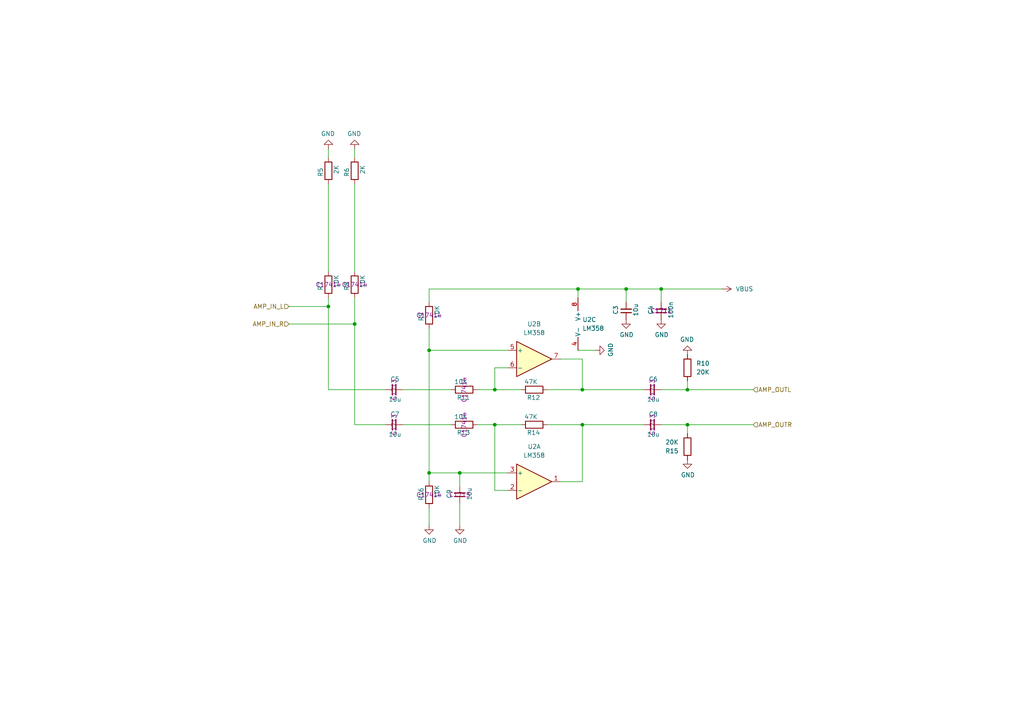
<source format=kicad_sch>
(kicad_sch (version 20250114) (generator "eeschema") (generator_version "9.0")
  (paper "A4")
  (title_block (title "${NAME}") (date "2025-05-10") (rev "${VERSION}") (company "Mikhail Matveev") (comment 1 "https://github.com/xtremespb/frank"))
  (lib_symbols
    (symbol "Amplifier_Operational:LM358" (pin_names (offset 0.127))
      (property "Reference" "U" (at 0 5.08 0))
      (property "Value" "LM358" (at 0 -5.08 0))
      (symbol "LM358_1_1"
        (polyline (pts (xy -5.08 5.08) (xy 5.08 0) (xy -5.08 -5.08) (xy -5.08 5.08)) (stroke (width 0.254)) (fill (type background)))
        (pin input line (at -7.62 2.54 0) (length 2.54) (name "+") (number "3"))
        (pin input line (at -7.62 -2.54 0) (length 2.54) (name "-") (number "2"))
        (pin output line (at 7.62 0 180) (length 2.54) (name "~") (number "1"))
      )
      (symbol "LM358_2_1"
        (polyline (pts (xy -5.08 5.08) (xy 5.08 0) (xy -5.08 -5.08) (xy -5.08 5.08)) (stroke (width 0.254)) (fill (type background)))
        (pin input line (at -7.62 2.54 0) (length 2.54) (name "+") (number "5"))
        (pin input line (at -7.62 -2.54 0) (length 2.54) (name "-") (number "6"))
        (pin output line (at 7.62 0 180) (length 2.54) (name "~") (number "7"))
      )
      (symbol "LM358_3_1"
        (pin power_in line (at -2.54 7.62 270) (length 3.81) (name "V+") (number "8"))
        (pin power_in line (at -2.54 -7.62 90) (length 3.81) (name "V-") (number "4"))
      )
    )
    (symbol "Device:C_Small" (pin_numbers (hide yes)) (pin_names (offset 0.254) (hide yes))
      (property "Reference" "C" (at 0.254 1.778 0))
      (property "Value" "C_Small" (at 0.254 -2.032 0))
      (symbol "C_Small_0_1"
        (polyline (pts (xy -1.524 0.508) (xy 1.524 0.508)) (stroke (width 0.3048)))
        (polyline (pts (xy -1.524 -0.508) (xy 1.524 -0.508)) (stroke (width 0.3302)))
      )
      (symbol "C_Small_1_1"
        (pin passive line (at 0 2.54 270) (length 2.032) (name "~") (number "1"))
        (pin passive line (at 0 -2.54 90) (length 2.032) (name "~") (number "2"))
      )
    )
    (symbol "Device:R" (pin_numbers (hide yes)) (pin_names (offset 0))
      (property "Reference" "R" (at 2.032 0 90))
      (property "Value" "R" (at 0 0 90))
      (symbol "R_0_1"
        (rectangle (start -1.016 -2.54) (end 1.016 2.54) (stroke (width 0.254)))
      )
      (symbol "R_1_1"
        (pin passive line (at 0 3.81 270) (length 1.27) (name "~") (number "1"))
        (pin passive line (at 0 -3.81 90) (length 1.27) (name "~") (number "2"))
      )
    )
    (symbol "GND_1" (power) (pin_numbers (hide yes)) (pin_names (offset 0) (hide yes))
      (property "Value" "GND" (at 0 -3.81 0))
      (symbol "GND_1_0_1"
        (polyline (pts (xy 0 0) (xy 0 -1.27) (xy 1.27 -1.27) (xy 0 -2.54) (xy -1.27 -1.27) (xy 0 -1.27)))
      )
      (symbol "GND_1_1_1"
        (pin power_in line (at 0 0 270) (length 0) (name "~") (number "1"))
      )
    )
    (symbol "power:VBUS" (power) (pin_numbers (hide yes)) (pin_names (offset 0) (hide yes))
      (property "Value" "VBUS" (at 0 3.556 0))
      (symbol "VBUS_0_1"
        (polyline (pts (xy -0.762 1.27) (xy 0 2.54)))
        (polyline (pts (xy 0 2.54) (xy 0.762 1.27)))
        (polyline (pts (xy 0 0) (xy 0 2.54)))
      )
      (symbol "VBUS_1_1"
        (pin power_in line (at 0 0 90) (length 0) (name "~") (number "1"))
      )
    )
  )
  (junction (at 168.91 123.19))
  (junction (at 181.61 83.82))
  (junction (at 167.64 83.82))
  (junction (at 143.51 123.19))
  (junction (at 199.39 123.19))
  (junction (at 95.25 88.9))
  (junction (at 191.77 83.82))
  (junction (at 124.46 137.16))
  (junction (at 143.51 113.03))
  (junction (at 102.87 93.98))
  (junction (at 133.35 137.16))
  (junction (at 124.46 101.6))
  (junction (at 199.39 113.03))
  (junction (at 168.91 113.03))
  (wire (pts (xy 147.32 142.24) (xy 143.51 142.24)))
  (wire (pts (xy 102.87 123.19) (xy 111.76 123.19)))
  (wire (pts (xy 95.25 86.36) (xy 95.25 88.9)))
  (wire (pts (xy 167.64 83.82) (xy 181.61 83.82)))
  (wire (pts (xy 199.39 123.19) (xy 218.44 123.19)))
  (wire (pts (xy 143.51 106.68) (xy 143.51 113.03)))
  (wire (pts (xy 199.39 113.03) (xy 218.44 113.03)))
  (wire (pts (xy 138.43 113.03) (xy 143.51 113.03)))
  (wire (pts (xy 102.87 93.98) (xy 102.87 123.19)))
  (wire (pts (xy 158.75 123.19) (xy 168.91 123.19)))
  (wire (pts (xy 191.77 113.03) (xy 199.39 113.03)))
  (wire (pts (xy 138.43 123.19) (xy 143.51 123.19)))
  (wire (pts (xy 168.91 104.14) (xy 168.91 113.03)))
  (wire (pts (xy 83.82 88.9) (xy 95.25 88.9)))
  (wire (pts (xy 181.61 83.82) (xy 181.61 87.63)))
  (wire (pts (xy 102.87 43.18) (xy 102.87 45.72)))
  (wire (pts (xy 191.77 83.82) (xy 209.55 83.82)))
  (wire (pts (xy 167.64 101.6) (xy 172.72 101.6)))
  (wire (pts (xy 133.35 152.4) (xy 133.35 146.05)))
  (wire (pts (xy 124.46 83.82) (xy 167.64 83.82)))
  (wire (pts (xy 116.84 113.03) (xy 130.81 113.03)))
  (wire (pts (xy 124.46 101.6) (xy 124.46 137.16)))
  (wire (pts (xy 168.91 113.03) (xy 186.69 113.03)))
  (wire (pts (xy 181.61 83.82) (xy 191.77 83.82)))
  (wire (pts (xy 168.91 123.19) (xy 186.69 123.19)))
  (wire (pts (xy 143.51 113.03) (xy 151.13 113.03)))
  (wire (pts (xy 95.25 113.03) (xy 111.76 113.03)))
  (wire (pts (xy 116.84 123.19) (xy 130.81 123.19)))
  (wire (pts (xy 143.51 123.19) (xy 151.13 123.19)))
  (wire (pts (xy 124.46 87.63) (xy 124.46 83.82)))
  (wire (pts (xy 191.77 83.82) (xy 191.77 87.63)))
  (wire (pts (xy 133.35 137.16) (xy 133.35 140.97)))
  (wire (pts (xy 124.46 101.6) (xy 147.32 101.6)))
  (wire (pts (xy 162.56 104.14) (xy 168.91 104.14)))
  (wire (pts (xy 199.39 125.73) (xy 199.39 123.19)))
  (wire (pts (xy 95.25 88.9) (xy 95.25 113.03)))
  (wire (pts (xy 143.51 142.24) (xy 143.51 123.19)))
  (wire (pts (xy 167.64 83.82) (xy 167.64 86.36)))
  (wire (pts (xy 124.46 137.16) (xy 133.35 137.16)))
  (wire (pts (xy 158.75 113.03) (xy 168.91 113.03)))
  (wire (pts (xy 102.87 53.34) (xy 102.87 78.74)))
  (wire (pts (xy 124.46 137.16) (xy 124.46 139.7)))
  (wire (pts (xy 124.46 95.25) (xy 124.46 101.6)))
  (wire (pts (xy 168.91 123.19) (xy 168.91 139.7)))
  (wire (pts (xy 102.87 86.36) (xy 102.87 93.98)))
  (wire (pts (xy 95.25 43.18) (xy 95.25 45.72)))
  (wire (pts (xy 191.77 123.19) (xy 199.39 123.19)))
  (wire (pts (xy 83.82 93.98) (xy 102.87 93.98)))
  (wire (pts (xy 162.56 139.7) (xy 168.91 139.7)))
  (wire (pts (xy 133.35 137.16) (xy 147.32 137.16)))
  (wire (pts (xy 199.39 110.49) (xy 199.39 113.03)))
  (wire (pts (xy 124.46 152.4) (xy 124.46 147.32)))
  (wire (pts (xy 95.25 53.34) (xy 95.25 78.74)))
  (wire (pts (xy 143.51 106.68) (xy 147.32 106.68)))
  (hierarchical_label "AMP_IN_L" (shape input) (at 83.82 88.9 180))
  (hierarchical_label "AMP_OUTR" (shape input) (at 218.44 123.19 0))
  (hierarchical_label "AMP_IN_R" (shape input) (at 83.82 93.98 180))
  (hierarchical_label "AMP_OUTL" (shape input) (at 218.44 113.03 0))
  (symbol (lib_id "Device:R") (at 199.39 129.54 180) (unit 1)
    (property "Reference" "R15" (at 196.85 130.8101 0) (effects (justify left)))
    (property "Value" "20K" (at 196.85 128.2701 0) (effects (justify left)))
    (property "Footprint" "FRANK:Resistor (0805)" (effects (hide yes)))
    (property "Datasheet" "https://www.vishay.com/docs/28952/mcs0402at-mct0603at-mcu0805at-mca1206at.pdf" (effects (hide yes)))
    (property "AliExpress" "https://www.aliexpress.com/item/1005005945735199.html" (effects (hide yes)))
  )
  (symbol (lib_id "Device:C_Small") (at 189.23 113.03 90) (unit 1)
    (property "Reference" "C6" (at 189.484 109.982 90))
    (property "Value" "10u" (at 189.484 115.824 90))
    (property "Footprint" "FRANK:Capacitor (0805)" (effects (hide yes)))
    (property "Datasheet" "https://eu.mouser.com/datasheet/2/40/KGM_X7R-3223212.pdf" (effects (hide yes)))
    (property "Description" "Unpolarized capacitor, small symbol" (effects (hide yes)))
    (property "AliExpress" "https://www.aliexpress.com/item/33008008276.html" (effects (hide yes)))
    (property "LCSC" "C1713" (at 189.23 113.03 0))
  )
  (symbol (lib_name "GND_1") (lib_id "power:GND") (at 172.72 101.6 90) (unit 1)
    (property "Reference" "#PWR021" (effects (hide yes)))
    (property "Value" "GND" (at 177.1142 101.473 0))
    (property "Description" "Power symbol creates a global label with name \"GND\" , ground" (effects (hide yes)))
  )
  (symbol (lib_name "GND_1") (lib_id "power:GND") (at 124.46 152.4 0) (unit 1)
    (property "Reference" "#PWR024" (effects (hide yes)))
    (property "Value" "GND" (at 124.587 156.7942 0))
    (property "Description" "Power symbol creates a global label with name \"GND\" , ground" (effects (hide yes)))
  )
  (symbol (lib_id "Device:R") (at 102.87 82.55 180) (unit 1)
    (property "Reference" "R8" (at 100.584 84.328 90) (effects (justify right)))
    (property "Value" "10K" (at 105.156 83.566 90) (effects (justify right)))
    (property "Footprint" "FRANK:Resistor (0805)" (effects (hide yes)))
    (property "Datasheet" "https://www.vishay.com/docs/28952/mcs0402at-mct0603at-mcu0805at-mca1206at.pdf" (effects (hide yes)))
    (property "AliExpress" "https://www.aliexpress.com/item/1005005945735199.html" (effects (hide yes)))
    (property "LCSC" "C17414" (at 102.87 82.55 0))
  )
  (symbol (lib_name "GND_1") (lib_id "power:GND") (at 95.25 43.18 180) (unit 1)
    (property "Reference" "#PWR016" (effects (hide yes)))
    (property "Value" "GND" (at 95.123 38.7858 0))
    (property "Description" "Power symbol creates a global label with name \"GND\" , ground" (effects (hide yes)))
  )
  (symbol (lib_name "GND_1") (lib_id "power:GND") (at 102.87 43.18 180) (unit 1)
    (property "Reference" "#PWR017" (effects (hide yes)))
    (property "Value" "GND" (at 102.743 38.7858 0))
    (property "Description" "Power symbol creates a global label with name \"GND\" , ground" (effects (hide yes)))
  )
  (symbol (lib_id "Device:R") (at 134.62 113.03 270) (unit 1)
    (property "Reference" "R11" (at 136.398 115.316 90) (effects (justify right)))
    (property "Value" "10K" (at 135.636 110.744 90) (effects (justify right)))
    (property "Footprint" "FRANK:Resistor (0805)" (effects (hide yes)))
    (property "Datasheet" "https://www.vishay.com/docs/28952/mcs0402at-mct0603at-mcu0805at-mca1206at.pdf" (effects (hide yes)))
    (property "AliExpress" "https://www.aliexpress.com/item/1005005945735199.html" (effects (hide yes)))
    (property "LCSC" "C17414" (at 134.62 113.03 0))
  )
  (symbol (lib_id "Device:R") (at 95.25 49.53 180) (unit 1)
    (property "Reference" "R5" (at 92.964 51.308 90) (effects (justify right)))
    (property "Value" "2K" (at 97.536 50.546 90) (effects (justify right)))
    (property "Footprint" "FRANK:Resistor (0805)" (effects (hide yes)))
    (property "Datasheet" "https://www.vishay.com/docs/28952/mcs0402at-mct0603at-mcu0805at-mca1206at.pdf" (effects (hide yes)))
    (property "AliExpress" "https://www.aliexpress.com/item/1005005945735199.html" (effects (hide yes)))
  )
  (symbol (lib_id "Device:R") (at 154.94 113.03 270) (unit 1)
    (property "Reference" "R12" (at 156.718 115.316 90) (effects (justify right)))
    (property "Value" "47K" (at 155.956 110.744 90) (effects (justify right)))
    (property "Footprint" "FRANK:Resistor (0805)" (effects (hide yes)))
    (property "Datasheet" "https://www.vishay.com/docs/28952/mcs0402at-mct0603at-mcu0805at-mca1206at.pdf" (effects (hide yes)))
    (property "AliExpress" "https://www.aliexpress.com/item/1005005945735199.html" (effects (hide yes)))
  )
  (symbol (lib_id "Amplifier_Operational:LM358") (at 170.18 93.98 0) (unit 3)
    (property "Reference" "U2" (at 168.91 92.7099 0) (effects (justify left)))
    (property "Value" "LM358" (at 168.91 95.2499 0) (effects (justify left)))
    (property "Footprint" "FRANK:SO-8" (effects (hide yes)))
    (property "Datasheet" "http://www.ti.com/lit/ds/symlink/lm2904-n.pdf" (effects (hide yes)))
    (property "Description" "Low-Power, Dual Operational Amplifiers, DIP-8/SOIC-8/TO-99-8" (effects (hide yes)))
    (property "AliExpress" "https://www.aliexpress.com/item/1005006785079218.html" (effects (hide yes)))
  )
  (symbol (lib_id "Device:C_Small") (at 114.3 123.19 90) (unit 1)
    (property "Reference" "C7" (at 114.554 120.142 90))
    (property "Value" "10u" (at 114.554 125.984 90))
    (property "Footprint" "FRANK:Capacitor (0805)" (effects (hide yes)))
    (property "Datasheet" "https://eu.mouser.com/datasheet/2/40/KGM_X7R-3223212.pdf" (effects (hide yes)))
    (property "Description" "Unpolarized capacitor, small symbol" (effects (hide yes)))
    (property "AliExpress" "https://www.aliexpress.com/item/33008008276.html" (effects (hide yes)))
    (property "LCSC" "C1713" (at 114.3 123.19 0))
  )
  (symbol (lib_id "Amplifier_Operational:LM358") (at 154.94 104.14 0) (unit 2)
    (property "Reference" "U2" (at 154.94 93.98 0))
    (property "Value" "LM358" (at 154.94 96.52 0))
    (property "Footprint" "FRANK:SO-8" (effects (hide yes)))
    (property "Datasheet" "http://www.ti.com/lit/ds/symlink/lm2904-n.pdf" (effects (hide yes)))
    (property "Description" "Low-Power, Dual Operational Amplifiers, DIP-8/SOIC-8/TO-99-8" (effects (hide yes)))
    (property "AliExpress" "https://www.aliexpress.com/item/1005006785079218.html" (effects (hide yes)))
  )
  (symbol (lib_id "Device:C_Small") (at 189.23 123.19 90) (unit 1)
    (property "Reference" "C8" (at 189.484 120.142 90))
    (property "Value" "10u" (at 189.484 125.984 90))
    (property "Footprint" "FRANK:Capacitor (0805)" (effects (hide yes)))
    (property "Datasheet" "https://eu.mouser.com/datasheet/2/40/KGM_X7R-3223212.pdf" (effects (hide yes)))
    (property "Description" "Unpolarized capacitor, small symbol" (effects (hide yes)))
    (property "AliExpress" "https://www.aliexpress.com/item/33008008276.html" (effects (hide yes)))
    (property "LCSC" "C1713" (at 189.23 123.19 0))
  )
  (symbol (lib_id "Device:C_Small") (at 133.35 143.51 180) (unit 1)
    (property "Reference" "C9" (at 130.302 143.256 90))
    (property "Value" "10u" (at 136.144 143.256 90))
    (property "Footprint" "FRANK:Capacitor (0805)" (effects (hide yes)))
    (property "Datasheet" "https://eu.mouser.com/datasheet/2/40/KGM_X7R-3223212.pdf" (effects (hide yes)))
    (property "Description" "Unpolarized capacitor, small symbol" (effects (hide yes)))
    (property "AliExpress" "https://www.aliexpress.com/item/33008008276.html" (effects (hide yes)))
    (property "LCSC" "C1713" (at 133.35 143.51 0))
  )
  (symbol (lib_name "GND_1") (lib_id "power:GND") (at 199.39 133.35 0) (unit 1)
    (property "Reference" "#PWR023" (effects (hide yes)))
    (property "Value" "GND" (at 199.517 137.7442 0))
    (property "Description" "Power symbol creates a global label with name \"GND\" , ground" (effects (hide yes)))
  )
  (symbol (lib_id "Device:R") (at 124.46 143.51 180) (unit 1)
    (property "Reference" "R16" (at 122.174 145.288 90) (effects (justify right)))
    (property "Value" "10K" (at 126.746 144.526 90) (effects (justify right)))
    (property "Footprint" "FRANK:Resistor (0805)" (effects (hide yes)))
    (property "Datasheet" "https://www.vishay.com/docs/28952/mcs0402at-mct0603at-mcu0805at-mca1206at.pdf" (effects (hide yes)))
    (property "AliExpress" "https://www.aliexpress.com/item/1005005945735199.html" (effects (hide yes)))
    (property "LCSC" "C17414" (at 124.46 143.51 0))
  )
  (symbol (lib_name "GND_1") (lib_id "power:GND") (at 199.39 102.87 180) (unit 1)
    (property "Reference" "#PWR022" (effects (hide yes)))
    (property "Value" "GND" (at 199.263 98.4758 0))
    (property "Description" "Power symbol creates a global label with name \"GND\" , ground" (effects (hide yes)))
  )
  (symbol (lib_id "Device:R") (at 154.94 123.19 270) (unit 1)
    (property "Reference" "R14" (at 156.718 125.476 90) (effects (justify right)))
    (property "Value" "47K" (at 155.956 120.904 90) (effects (justify right)))
    (property "Footprint" "FRANK:Resistor (0805)" (effects (hide yes)))
    (property "Datasheet" "https://www.vishay.com/docs/28952/mcs0402at-mct0603at-mcu0805at-mca1206at.pdf" (effects (hide yes)))
    (property "AliExpress" "https://www.aliexpress.com/item/1005005945735199.html" (effects (hide yes)))
  )
  (symbol (lib_name "GND_1") (lib_id "power:GND") (at 133.35 152.4 0) (unit 1)
    (property "Reference" "#PWR025" (effects (hide yes)))
    (property "Value" "GND" (at 133.477 156.7942 0))
    (property "Description" "Power symbol creates a global label with name \"GND\" , ground" (effects (hide yes)))
  )
  (symbol (lib_id "Device:R") (at 134.62 123.19 270) (unit 1)
    (property "Reference" "R13" (at 136.398 125.476 90) (effects (justify right)))
    (property "Value" "10K" (at 135.636 120.904 90) (effects (justify right)))
    (property "Footprint" "FRANK:Resistor (0805)" (effects (hide yes)))
    (property "Datasheet" "https://www.vishay.com/docs/28952/mcs0402at-mct0603at-mcu0805at-mca1206at.pdf" (effects (hide yes)))
    (property "AliExpress" "https://www.aliexpress.com/item/1005005945735199.html" (effects (hide yes)))
    (property "LCSC" "C17414" (at 134.62 123.19 0))
  )
  (symbol (lib_id "Amplifier_Operational:LM358") (at 154.94 139.7 0) (unit 1)
    (property "Reference" "U2" (at 154.94 129.54 0))
    (property "Value" "LM358" (at 154.94 132.08 0))
    (property "Footprint" "FRANK:SO-8" (effects (hide yes)))
    (property "Datasheet" "http://www.ti.com/lit/ds/symlink/lm2904-n.pdf" (effects (hide yes)))
    (property "Description" "Low-Power, Dual Operational Amplifiers, DIP-8/SOIC-8/TO-99-8" (effects (hide yes)))
    (property "AliExpress" "https://www.aliexpress.com/item/1005006785079218.html" (effects (hide yes)))
  )
  (symbol (lib_name "GND_1") (lib_id "power:GND") (at 181.61 92.71 0) (unit 1)
    (property "Reference" "#PWR019" (effects (hide yes)))
    (property "Value" "GND" (at 181.737 97.1042 0))
    (property "Description" "Power symbol creates a global label with name \"GND\" , ground" (effects (hide yes)))
  )
  (symbol (lib_id "Device:R") (at 199.39 106.68 0) (unit 1)
    (property "Reference" "R10" (at 201.93 105.4099 0) (effects (justify left)))
    (property "Value" "20K" (at 201.93 107.9499 0) (effects (justify left)))
    (property "Footprint" "FRANK:Resistor (0805)" (effects (hide yes)))
    (property "Datasheet" "https://www.vishay.com/docs/28952/mcs0402at-mct0603at-mcu0805at-mca1206at.pdf" (effects (hide yes)))
    (property "AliExpress" "https://www.aliexpress.com/item/1005005945735199.html" (effects (hide yes)))
  )
  (symbol (lib_id "Device:R") (at 95.25 82.55 180) (unit 1)
    (property "Reference" "R7" (at 92.964 84.328 90) (effects (justify right)))
    (property "Value" "10K" (at 97.536 83.566 90) (effects (justify right)))
    (property "Footprint" "FRANK:Resistor (0805)" (effects (hide yes)))
    (property "Datasheet" "https://www.vishay.com/docs/28952/mcs0402at-mct0603at-mcu0805at-mca1206at.pdf" (effects (hide yes)))
    (property "AliExpress" "https://www.aliexpress.com/item/1005005945735199.html" (effects (hide yes)))
    (property "LCSC" "C17414" (at 95.25 82.55 0))
  )
  (symbol (lib_id "power:VBUS") (at 209.55 83.82 270) (unit 1)
    (property "Reference" "#PWR018" (effects (hide yes)))
    (property "Value" "VBUS" (at 213.36 83.8199 90) (effects (justify left)))
    (property "Description" "Power symbol creates a global label with name \"VBUS\"" (effects (hide yes)))
  )
  (symbol (lib_id "Device:C_Small") (at 191.77 90.17 180) (unit 1)
    (property "Reference" "C4" (at 188.722 89.916 90))
    (property "Value" "100n" (at 194.564 89.916 90))
    (property "Footprint" "FRANK:Capacitor (0805)" (effects (hide yes)))
    (property "Datasheet" "https://eu.mouser.com/datasheet/2/40/KGM_X7R-3223212.pdf" (effects (hide yes)))
    (property "Description" "Unpolarized capacitor, small symbol" (effects (hide yes)))
    (property "AliExpress" "https://www.aliexpress.com/item/33008008276.html" (effects (hide yes)))
    (property "LCSC" "C1711" (at 191.77 90.17 0))
  )
  (symbol (lib_name "GND_1") (lib_id "power:GND") (at 191.77 92.71 0) (unit 1)
    (property "Reference" "#PWR020" (effects (hide yes)))
    (property "Value" "GND" (at 191.897 97.1042 0))
    (property "Description" "Power symbol creates a global label with name \"GND\" , ground" (effects (hide yes)))
  )
  (symbol (lib_id "Device:C_Small") (at 114.3 113.03 90) (unit 1)
    (property "Reference" "C5" (at 114.554 109.982 90))
    (property "Value" "10u" (at 114.554 115.824 90))
    (property "Footprint" "FRANK:Capacitor (0805)" (effects (hide yes)))
    (property "Datasheet" "https://eu.mouser.com/datasheet/2/40/KGM_X7R-3223212.pdf" (effects (hide yes)))
    (property "Description" "Unpolarized capacitor, small symbol" (effects (hide yes)))
    (property "AliExpress" "https://www.aliexpress.com/item/33008008276.html" (effects (hide yes)))
    (property "LCSC" "C1713" (at 114.3 113.03 0))
  )
  (symbol (lib_id "Device:R") (at 124.46 91.44 180) (unit 1)
    (property "Reference" "R9" (at 122.174 93.218 90) (effects (justify right)))
    (property "Value" "10K" (at 126.746 92.456 90) (effects (justify right)))
    (property "Footprint" "FRANK:Resistor (0805)" (effects (hide yes)))
    (property "Datasheet" "https://www.vishay.com/docs/28952/mcs0402at-mct0603at-mcu0805at-mca1206at.pdf" (effects (hide yes)))
    (property "AliExpress" "https://www.aliexpress.com/item/1005005945735199.html" (effects (hide yes)))
    (property "LCSC" "C17414" (at 124.46 91.44 0))
  )
  (symbol (lib_id "Device:C_Small") (at 181.61 90.17 180) (unit 1)
    (property "Reference" "C3" (at 178.562 89.916 90))
    (property "Value" "10u" (at 184.404 89.916 90))
    (property "Footprint" "FRANK:Capacitor (0805)" (effects (hide yes)))
    (property "Datasheet" "https://eu.mouser.com/datasheet/2/40/KGM_X7R-3223212.pdf" (effects (hide yes)))
    (property "Description" "Unpolarized capacitor, small symbol" (effects (hide yes)))
    (property "AliExpress" "https://www.aliexpress.com/item/33008008276.html" (effects (hide yes)))
    (property "LCSC" "C1713" (effects (hide yes)))
  )
  (symbol (lib_id "Device:R") (at 102.87 49.53 180) (unit 1)
    (property "Reference" "R6" (at 100.584 51.308 90) (effects (justify right)))
    (property "Value" "2K" (at 105.156 50.546 90) (effects (justify right)))
    (property "Footprint" "FRANK:Resistor (0805)" (effects (hide yes)))
    (property "Datasheet" "https://www.vishay.com/docs/28952/mcs0402at-mct0603at-mcu0805at-mca1206at.pdf" (effects (hide yes)))
    (property "AliExpress" "https://www.aliexpress.com/item/1005005945735199.html" (effects (hide yes)))
  )
)
</source>
